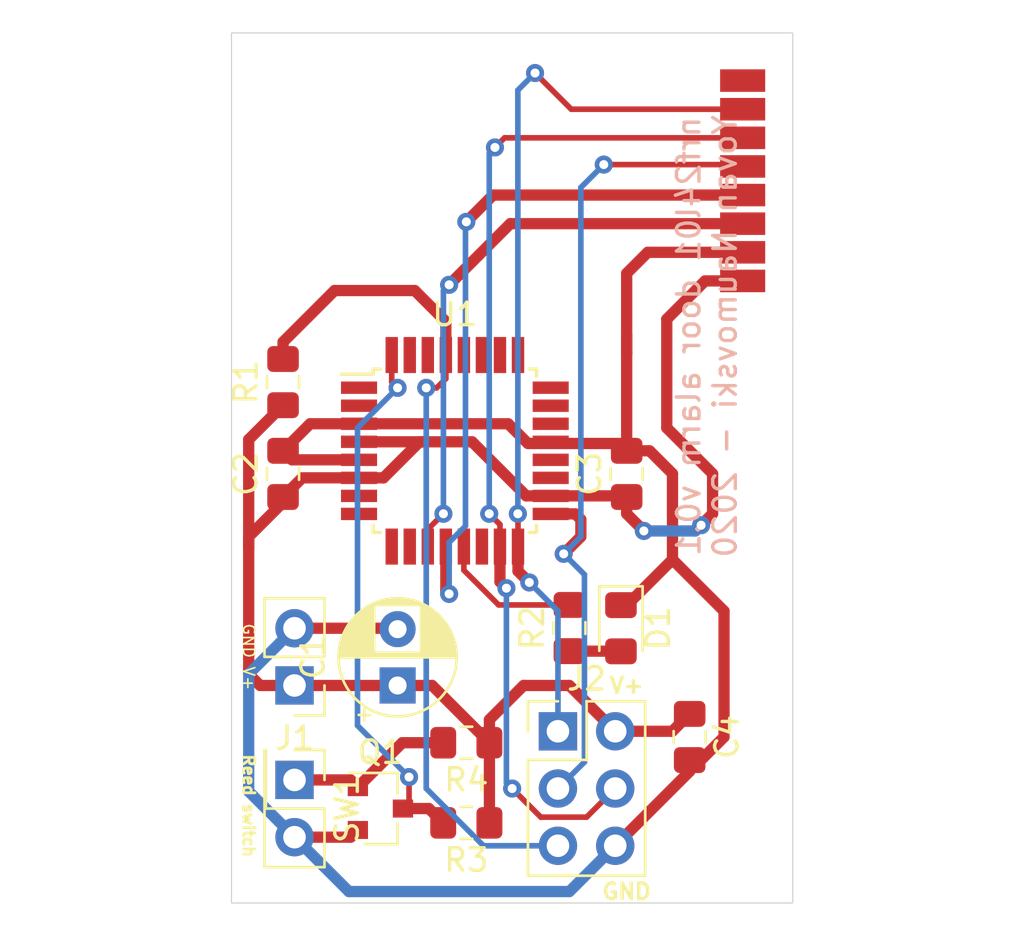
<source format=kicad_pcb>
(kicad_pcb (version 20171130) (host pcbnew 5.1.6+dfsg1-1~bpo10+1)

  (general
    (thickness 1.6)
    (drawings 14)
    (tracks 170)
    (zones 0)
    (modules 17)
    (nets 32)
  )

  (page A4)
  (layers
    (0 F.Cu signal)
    (31 B.Cu signal)
    (32 B.Adhes user)
    (33 F.Adhes user)
    (34 B.Paste user)
    (35 F.Paste user)
    (36 B.SilkS user)
    (37 F.SilkS user)
    (38 B.Mask user)
    (39 F.Mask user)
    (40 Dwgs.User user)
    (41 Cmts.User user)
    (42 Eco1.User user)
    (43 Eco2.User user)
    (44 Edge.Cuts user)
    (45 Margin user)
    (46 B.CrtYd user)
    (47 F.CrtYd user)
    (48 B.Fab user)
    (49 F.Fab user)
  )

  (setup
    (last_trace_width 0.5)
    (user_trace_width 0.5)
    (trace_clearance 0.2)
    (zone_clearance 0.508)
    (zone_45_only no)
    (trace_min 0.2)
    (via_size 0.8)
    (via_drill 0.4)
    (via_min_size 0.4)
    (via_min_drill 0.3)
    (uvia_size 0.3)
    (uvia_drill 0.1)
    (uvias_allowed no)
    (uvia_min_size 0.2)
    (uvia_min_drill 0.1)
    (edge_width 0.05)
    (segment_width 0.2)
    (pcb_text_width 0.3)
    (pcb_text_size 1.5 1.5)
    (mod_edge_width 0.12)
    (mod_text_size 1 1)
    (mod_text_width 0.15)
    (pad_size 1.524 1.524)
    (pad_drill 0.762)
    (pad_to_mask_clearance 0.05)
    (aux_axis_origin 0 0)
    (visible_elements FFFFFF7F)
    (pcbplotparams
      (layerselection 0x010fc_ffffffff)
      (usegerberextensions false)
      (usegerberattributes true)
      (usegerberadvancedattributes true)
      (creategerberjobfile true)
      (excludeedgelayer true)
      (linewidth 0.100000)
      (plotframeref false)
      (viasonmask false)
      (mode 1)
      (useauxorigin false)
      (hpglpennumber 1)
      (hpglpenspeed 20)
      (hpglpendiameter 15.000000)
      (psnegative false)
      (psa4output false)
      (plotreference true)
      (plotvalue true)
      (plotinvisibletext false)
      (padsonsilk false)
      (subtractmaskfromsilk false)
      (outputformat 1)
      (mirror false)
      (drillshape 1)
      (scaleselection 1)
      (outputdirectory ""))
  )

  (net 0 "")
  (net 1 Vcc)
  (net 2 GND)
  (net 3 "Net-(D1-Pad2)")
  (net 4 RESET)
  (net 5 MOSI)
  (net 6 SCK)
  (net 7 MISO)
  (net 8 EXT_INTERRUPT)
  (net 9 "Net-(Q1-Pad1)")
  (net 10 INTERRUPT_INDICATOR)
  (net 11 "Net-(U1-Pad31)")
  (net 12 "Net-(U1-Pad30)")
  (net 13 "Net-(U1-Pad28)")
  (net 14 "Net-(U1-Pad27)")
  (net 15 "Net-(U1-Pad26)")
  (net 16 "Net-(U1-Pad25)")
  (net 17 "Net-(U1-Pad24)")
  (net 18 "Net-(U1-Pad23)")
  (net 19 "Net-(U1-Pad22)")
  (net 20 "Net-(U1-Pad20)")
  (net 21 "Net-(U1-Pad19)")
  (net 22 "Net-(U1-Pad14)")
  (net 23 CSN)
  (net 24 CE)
  (net 25 "Net-(U1-Pad10)")
  (net 26 "Net-(U1-Pad9)")
  (net 27 "Net-(U1-Pad8)")
  (net 28 "Net-(U1-Pad7)")
  (net 29 "Net-(U1-Pad2)")
  (net 30 "Net-(U1-Pad1)")
  (net 31 "Net-(U2-Pad8)")

  (net_class Default "This is the default net class."
    (clearance 0.2)
    (trace_width 0.25)
    (via_dia 0.8)
    (via_drill 0.4)
    (uvia_dia 0.3)
    (uvia_drill 0.1)
    (add_net CE)
    (add_net CSN)
    (add_net EXT_INTERRUPT)
    (add_net GND)
    (add_net INTERRUPT_INDICATOR)
    (add_net MISO)
    (add_net MOSI)
    (add_net "Net-(D1-Pad2)")
    (add_net "Net-(Q1-Pad1)")
    (add_net "Net-(U1-Pad1)")
    (add_net "Net-(U1-Pad10)")
    (add_net "Net-(U1-Pad14)")
    (add_net "Net-(U1-Pad19)")
    (add_net "Net-(U1-Pad2)")
    (add_net "Net-(U1-Pad20)")
    (add_net "Net-(U1-Pad22)")
    (add_net "Net-(U1-Pad23)")
    (add_net "Net-(U1-Pad24)")
    (add_net "Net-(U1-Pad25)")
    (add_net "Net-(U1-Pad26)")
    (add_net "Net-(U1-Pad27)")
    (add_net "Net-(U1-Pad28)")
    (add_net "Net-(U1-Pad30)")
    (add_net "Net-(U1-Pad31)")
    (add_net "Net-(U1-Pad7)")
    (add_net "Net-(U1-Pad8)")
    (add_net "Net-(U1-Pad9)")
    (add_net "Net-(U2-Pad8)")
    (add_net RESET)
    (add_net SCK)
    (add_net Vcc)
  )

  (module MountingHole:MountingHole_2.2mm_M2_DIN965 (layer F.Cu) (tedit 56D1B4CB) (tstamp 5F04DB53)
    (at 179.324 124.46)
    (descr "Mounting Hole 2.2mm, no annular, M2, DIN965")
    (tags "mounting hole 2.2mm no annular m2 din965")
    (attr virtual)
    (fp_text reference " " (at 0 -2.9) (layer F.SilkS)
      (effects (font (size 1 1) (thickness 0.15)))
    )
    (fp_text value MountingHole_2.2mm_M2_DIN965 (at 0 2.9) (layer F.Fab)
      (effects (font (size 1 1) (thickness 0.15)))
    )
    (fp_circle (center 0 0) (end 2.15 0) (layer F.CrtYd) (width 0.05))
    (fp_circle (center 0 0) (end 1.9 0) (layer Cmts.User) (width 0.15))
    (fp_text user %R (at 0.3 0) (layer F.Fab)
      (effects (font (size 1 1) (thickness 0.15)))
    )
    (pad 1 np_thru_hole circle (at 0 0) (size 2.2 2.2) (drill 2.2) (layers *.Cu *.Mask))
  )

  (module MountingHole:MountingHole_2.2mm_M2_DIN965 (layer F.Cu) (tedit 56D1B4CB) (tstamp 5F04D897)
    (at 159.004 90.424)
    (descr "Mounting Hole 2.2mm, no annular, M2, DIN965")
    (tags "mounting hole 2.2mm no annular m2 din965")
    (attr virtual)
    (fp_text reference " " (at 0 -2.9) (layer F.SilkS)
      (effects (font (size 1 1) (thickness 0.15)))
    )
    (fp_text value MountingHole_2.2mm_M2_DIN965 (at 0 2.9) (layer F.Fab)
      (effects (font (size 1 1) (thickness 0.15)))
    )
    (fp_text user %R (at 0.3 0) (layer F.Fab)
      (effects (font (size 1 1) (thickness 0.15)))
    )
    (fp_circle (center 0 0) (end 1.9 0) (layer Cmts.User) (width 0.15))
    (fp_circle (center 0 0) (end 2.15 0) (layer F.CrtYd) (width 0.05))
    (pad 1 np_thru_hole circle (at 0 0) (size 2.2 2.2) (drill 2.2) (layers *.Cu *.Mask))
  )

  (module Capacitor_THT:CP_Radial_D5.0mm_P2.50mm (layer F.Cu) (tedit 5AE50EF0) (tstamp 5F03FF87)
    (at 164.084 117.094 90)
    (descr "CP, Radial series, Radial, pin pitch=2.50mm, , diameter=5mm, Electrolytic Capacitor")
    (tags "CP Radial series Radial pin pitch 2.50mm  diameter 5mm Electrolytic Capacitor")
    (path /5EEFC609)
    (fp_text reference C1 (at 1.25 -3.75 90) (layer F.SilkS)
      (effects (font (size 1 1) (thickness 0.15)))
    )
    (fp_text value 100uF (at 1.25 3.75 90) (layer F.Fab)
      (effects (font (size 1 1) (thickness 0.15)))
    )
    (fp_text user %R (at 1.25 0 90) (layer F.Fab)
      (effects (font (size 1 1) (thickness 0.15)))
    )
    (fp_circle (center 1.25 0) (end 3.75 0) (layer F.Fab) (width 0.1))
    (fp_circle (center 1.25 0) (end 3.87 0) (layer F.SilkS) (width 0.12))
    (fp_circle (center 1.25 0) (end 4 0) (layer F.CrtYd) (width 0.05))
    (fp_line (start -0.883605 -1.0875) (end -0.383605 -1.0875) (layer F.Fab) (width 0.1))
    (fp_line (start -0.633605 -1.3375) (end -0.633605 -0.8375) (layer F.Fab) (width 0.1))
    (fp_line (start 1.25 -2.58) (end 1.25 2.58) (layer F.SilkS) (width 0.12))
    (fp_line (start 1.29 -2.58) (end 1.29 2.58) (layer F.SilkS) (width 0.12))
    (fp_line (start 1.33 -2.579) (end 1.33 2.579) (layer F.SilkS) (width 0.12))
    (fp_line (start 1.37 -2.578) (end 1.37 2.578) (layer F.SilkS) (width 0.12))
    (fp_line (start 1.41 -2.576) (end 1.41 2.576) (layer F.SilkS) (width 0.12))
    (fp_line (start 1.45 -2.573) (end 1.45 2.573) (layer F.SilkS) (width 0.12))
    (fp_line (start 1.49 -2.569) (end 1.49 -1.04) (layer F.SilkS) (width 0.12))
    (fp_line (start 1.49 1.04) (end 1.49 2.569) (layer F.SilkS) (width 0.12))
    (fp_line (start 1.53 -2.565) (end 1.53 -1.04) (layer F.SilkS) (width 0.12))
    (fp_line (start 1.53 1.04) (end 1.53 2.565) (layer F.SilkS) (width 0.12))
    (fp_line (start 1.57 -2.561) (end 1.57 -1.04) (layer F.SilkS) (width 0.12))
    (fp_line (start 1.57 1.04) (end 1.57 2.561) (layer F.SilkS) (width 0.12))
    (fp_line (start 1.61 -2.556) (end 1.61 -1.04) (layer F.SilkS) (width 0.12))
    (fp_line (start 1.61 1.04) (end 1.61 2.556) (layer F.SilkS) (width 0.12))
    (fp_line (start 1.65 -2.55) (end 1.65 -1.04) (layer F.SilkS) (width 0.12))
    (fp_line (start 1.65 1.04) (end 1.65 2.55) (layer F.SilkS) (width 0.12))
    (fp_line (start 1.69 -2.543) (end 1.69 -1.04) (layer F.SilkS) (width 0.12))
    (fp_line (start 1.69 1.04) (end 1.69 2.543) (layer F.SilkS) (width 0.12))
    (fp_line (start 1.73 -2.536) (end 1.73 -1.04) (layer F.SilkS) (width 0.12))
    (fp_line (start 1.73 1.04) (end 1.73 2.536) (layer F.SilkS) (width 0.12))
    (fp_line (start 1.77 -2.528) (end 1.77 -1.04) (layer F.SilkS) (width 0.12))
    (fp_line (start 1.77 1.04) (end 1.77 2.528) (layer F.SilkS) (width 0.12))
    (fp_line (start 1.81 -2.52) (end 1.81 -1.04) (layer F.SilkS) (width 0.12))
    (fp_line (start 1.81 1.04) (end 1.81 2.52) (layer F.SilkS) (width 0.12))
    (fp_line (start 1.85 -2.511) (end 1.85 -1.04) (layer F.SilkS) (width 0.12))
    (fp_line (start 1.85 1.04) (end 1.85 2.511) (layer F.SilkS) (width 0.12))
    (fp_line (start 1.89 -2.501) (end 1.89 -1.04) (layer F.SilkS) (width 0.12))
    (fp_line (start 1.89 1.04) (end 1.89 2.501) (layer F.SilkS) (width 0.12))
    (fp_line (start 1.93 -2.491) (end 1.93 -1.04) (layer F.SilkS) (width 0.12))
    (fp_line (start 1.93 1.04) (end 1.93 2.491) (layer F.SilkS) (width 0.12))
    (fp_line (start 1.971 -2.48) (end 1.971 -1.04) (layer F.SilkS) (width 0.12))
    (fp_line (start 1.971 1.04) (end 1.971 2.48) (layer F.SilkS) (width 0.12))
    (fp_line (start 2.011 -2.468) (end 2.011 -1.04) (layer F.SilkS) (width 0.12))
    (fp_line (start 2.011 1.04) (end 2.011 2.468) (layer F.SilkS) (width 0.12))
    (fp_line (start 2.051 -2.455) (end 2.051 -1.04) (layer F.SilkS) (width 0.12))
    (fp_line (start 2.051 1.04) (end 2.051 2.455) (layer F.SilkS) (width 0.12))
    (fp_line (start 2.091 -2.442) (end 2.091 -1.04) (layer F.SilkS) (width 0.12))
    (fp_line (start 2.091 1.04) (end 2.091 2.442) (layer F.SilkS) (width 0.12))
    (fp_line (start 2.131 -2.428) (end 2.131 -1.04) (layer F.SilkS) (width 0.12))
    (fp_line (start 2.131 1.04) (end 2.131 2.428) (layer F.SilkS) (width 0.12))
    (fp_line (start 2.171 -2.414) (end 2.171 -1.04) (layer F.SilkS) (width 0.12))
    (fp_line (start 2.171 1.04) (end 2.171 2.414) (layer F.SilkS) (width 0.12))
    (fp_line (start 2.211 -2.398) (end 2.211 -1.04) (layer F.SilkS) (width 0.12))
    (fp_line (start 2.211 1.04) (end 2.211 2.398) (layer F.SilkS) (width 0.12))
    (fp_line (start 2.251 -2.382) (end 2.251 -1.04) (layer F.SilkS) (width 0.12))
    (fp_line (start 2.251 1.04) (end 2.251 2.382) (layer F.SilkS) (width 0.12))
    (fp_line (start 2.291 -2.365) (end 2.291 -1.04) (layer F.SilkS) (width 0.12))
    (fp_line (start 2.291 1.04) (end 2.291 2.365) (layer F.SilkS) (width 0.12))
    (fp_line (start 2.331 -2.348) (end 2.331 -1.04) (layer F.SilkS) (width 0.12))
    (fp_line (start 2.331 1.04) (end 2.331 2.348) (layer F.SilkS) (width 0.12))
    (fp_line (start 2.371 -2.329) (end 2.371 -1.04) (layer F.SilkS) (width 0.12))
    (fp_line (start 2.371 1.04) (end 2.371 2.329) (layer F.SilkS) (width 0.12))
    (fp_line (start 2.411 -2.31) (end 2.411 -1.04) (layer F.SilkS) (width 0.12))
    (fp_line (start 2.411 1.04) (end 2.411 2.31) (layer F.SilkS) (width 0.12))
    (fp_line (start 2.451 -2.29) (end 2.451 -1.04) (layer F.SilkS) (width 0.12))
    (fp_line (start 2.451 1.04) (end 2.451 2.29) (layer F.SilkS) (width 0.12))
    (fp_line (start 2.491 -2.268) (end 2.491 -1.04) (layer F.SilkS) (width 0.12))
    (fp_line (start 2.491 1.04) (end 2.491 2.268) (layer F.SilkS) (width 0.12))
    (fp_line (start 2.531 -2.247) (end 2.531 -1.04) (layer F.SilkS) (width 0.12))
    (fp_line (start 2.531 1.04) (end 2.531 2.247) (layer F.SilkS) (width 0.12))
    (fp_line (start 2.571 -2.224) (end 2.571 -1.04) (layer F.SilkS) (width 0.12))
    (fp_line (start 2.571 1.04) (end 2.571 2.224) (layer F.SilkS) (width 0.12))
    (fp_line (start 2.611 -2.2) (end 2.611 -1.04) (layer F.SilkS) (width 0.12))
    (fp_line (start 2.611 1.04) (end 2.611 2.2) (layer F.SilkS) (width 0.12))
    (fp_line (start 2.651 -2.175) (end 2.651 -1.04) (layer F.SilkS) (width 0.12))
    (fp_line (start 2.651 1.04) (end 2.651 2.175) (layer F.SilkS) (width 0.12))
    (fp_line (start 2.691 -2.149) (end 2.691 -1.04) (layer F.SilkS) (width 0.12))
    (fp_line (start 2.691 1.04) (end 2.691 2.149) (layer F.SilkS) (width 0.12))
    (fp_line (start 2.731 -2.122) (end 2.731 -1.04) (layer F.SilkS) (width 0.12))
    (fp_line (start 2.731 1.04) (end 2.731 2.122) (layer F.SilkS) (width 0.12))
    (fp_line (start 2.771 -2.095) (end 2.771 -1.04) (layer F.SilkS) (width 0.12))
    (fp_line (start 2.771 1.04) (end 2.771 2.095) (layer F.SilkS) (width 0.12))
    (fp_line (start 2.811 -2.065) (end 2.811 -1.04) (layer F.SilkS) (width 0.12))
    (fp_line (start 2.811 1.04) (end 2.811 2.065) (layer F.SilkS) (width 0.12))
    (fp_line (start 2.851 -2.035) (end 2.851 -1.04) (layer F.SilkS) (width 0.12))
    (fp_line (start 2.851 1.04) (end 2.851 2.035) (layer F.SilkS) (width 0.12))
    (fp_line (start 2.891 -2.004) (end 2.891 -1.04) (layer F.SilkS) (width 0.12))
    (fp_line (start 2.891 1.04) (end 2.891 2.004) (layer F.SilkS) (width 0.12))
    (fp_line (start 2.931 -1.971) (end 2.931 -1.04) (layer F.SilkS) (width 0.12))
    (fp_line (start 2.931 1.04) (end 2.931 1.971) (layer F.SilkS) (width 0.12))
    (fp_line (start 2.971 -1.937) (end 2.971 -1.04) (layer F.SilkS) (width 0.12))
    (fp_line (start 2.971 1.04) (end 2.971 1.937) (layer F.SilkS) (width 0.12))
    (fp_line (start 3.011 -1.901) (end 3.011 -1.04) (layer F.SilkS) (width 0.12))
    (fp_line (start 3.011 1.04) (end 3.011 1.901) (layer F.SilkS) (width 0.12))
    (fp_line (start 3.051 -1.864) (end 3.051 -1.04) (layer F.SilkS) (width 0.12))
    (fp_line (start 3.051 1.04) (end 3.051 1.864) (layer F.SilkS) (width 0.12))
    (fp_line (start 3.091 -1.826) (end 3.091 -1.04) (layer F.SilkS) (width 0.12))
    (fp_line (start 3.091 1.04) (end 3.091 1.826) (layer F.SilkS) (width 0.12))
    (fp_line (start 3.131 -1.785) (end 3.131 -1.04) (layer F.SilkS) (width 0.12))
    (fp_line (start 3.131 1.04) (end 3.131 1.785) (layer F.SilkS) (width 0.12))
    (fp_line (start 3.171 -1.743) (end 3.171 -1.04) (layer F.SilkS) (width 0.12))
    (fp_line (start 3.171 1.04) (end 3.171 1.743) (layer F.SilkS) (width 0.12))
    (fp_line (start 3.211 -1.699) (end 3.211 -1.04) (layer F.SilkS) (width 0.12))
    (fp_line (start 3.211 1.04) (end 3.211 1.699) (layer F.SilkS) (width 0.12))
    (fp_line (start 3.251 -1.653) (end 3.251 -1.04) (layer F.SilkS) (width 0.12))
    (fp_line (start 3.251 1.04) (end 3.251 1.653) (layer F.SilkS) (width 0.12))
    (fp_line (start 3.291 -1.605) (end 3.291 -1.04) (layer F.SilkS) (width 0.12))
    (fp_line (start 3.291 1.04) (end 3.291 1.605) (layer F.SilkS) (width 0.12))
    (fp_line (start 3.331 -1.554) (end 3.331 -1.04) (layer F.SilkS) (width 0.12))
    (fp_line (start 3.331 1.04) (end 3.331 1.554) (layer F.SilkS) (width 0.12))
    (fp_line (start 3.371 -1.5) (end 3.371 -1.04) (layer F.SilkS) (width 0.12))
    (fp_line (start 3.371 1.04) (end 3.371 1.5) (layer F.SilkS) (width 0.12))
    (fp_line (start 3.411 -1.443) (end 3.411 -1.04) (layer F.SilkS) (width 0.12))
    (fp_line (start 3.411 1.04) (end 3.411 1.443) (layer F.SilkS) (width 0.12))
    (fp_line (start 3.451 -1.383) (end 3.451 -1.04) (layer F.SilkS) (width 0.12))
    (fp_line (start 3.451 1.04) (end 3.451 1.383) (layer F.SilkS) (width 0.12))
    (fp_line (start 3.491 -1.319) (end 3.491 -1.04) (layer F.SilkS) (width 0.12))
    (fp_line (start 3.491 1.04) (end 3.491 1.319) (layer F.SilkS) (width 0.12))
    (fp_line (start 3.531 -1.251) (end 3.531 -1.04) (layer F.SilkS) (width 0.12))
    (fp_line (start 3.531 1.04) (end 3.531 1.251) (layer F.SilkS) (width 0.12))
    (fp_line (start 3.571 -1.178) (end 3.571 1.178) (layer F.SilkS) (width 0.12))
    (fp_line (start 3.611 -1.098) (end 3.611 1.098) (layer F.SilkS) (width 0.12))
    (fp_line (start 3.651 -1.011) (end 3.651 1.011) (layer F.SilkS) (width 0.12))
    (fp_line (start 3.691 -0.915) (end 3.691 0.915) (layer F.SilkS) (width 0.12))
    (fp_line (start 3.731 -0.805) (end 3.731 0.805) (layer F.SilkS) (width 0.12))
    (fp_line (start 3.771 -0.677) (end 3.771 0.677) (layer F.SilkS) (width 0.12))
    (fp_line (start 3.811 -0.518) (end 3.811 0.518) (layer F.SilkS) (width 0.12))
    (fp_line (start 3.851 -0.284) (end 3.851 0.284) (layer F.SilkS) (width 0.12))
    (fp_line (start -1.554775 -1.475) (end -1.054775 -1.475) (layer F.SilkS) (width 0.12))
    (fp_line (start -1.304775 -1.725) (end -1.304775 -1.225) (layer F.SilkS) (width 0.12))
    (pad 2 thru_hole circle (at 2.5 0 90) (size 1.6 1.6) (drill 0.8) (layers *.Cu *.Mask)
      (net 2 GND))
    (pad 1 thru_hole rect (at 0 0 90) (size 1.6 1.6) (drill 0.8) (layers *.Cu *.Mask)
      (net 1 Vcc))
    (model ${KISYS3DMOD}/Capacitor_THT.3dshapes/CP_Radial_D5.0mm_P2.50mm.wrl
      (at (xyz 0 0 0))
      (scale (xyz 1 1 1))
      (rotate (xyz 0 0 0))
    )
  )

  (module mysensor_radios:NRF24L01-SMD (layer F.Cu) (tedit 574A9E44) (tstamp 5F03E6DF)
    (at 170.688 94.742 90)
    (path /5EF0642C)
    (fp_text reference U2 (at 0 1.1 90) (layer F.SilkS) hide
      (effects (font (size 1 1) (thickness 0.15)))
    )
    (fp_text value NRF24L01_Breakout (at 0 -4.8 90) (layer F.Fab)
      (effects (font (size 1 1) (thickness 0.15)))
    )
    (fp_line (start -6 -2.8) (end 6 -2.8) (layer F.CrtYd) (width 0.15))
    (fp_line (start -6 8.7) (end -6 -9.3) (layer F.CrtYd) (width 0.15))
    (fp_line (start 6 8.7) (end -6 8.7) (layer F.CrtYd) (width 0.15))
    (fp_line (start 6 -9.3) (end 6 8.7) (layer F.CrtYd) (width 0.15))
    (fp_line (start -6 -9.3) (end 6 -9.3) (layer F.CrtYd) (width 0.15))
    (pad 8 smd rect (at 4.49 8.7 90) (size 1 2) (layers F.Cu F.Paste F.Mask)
      (net 31 "Net-(U2-Pad8)"))
    (pad 7 smd rect (at 3.22 8.7 90) (size 1 2) (layers F.Cu F.Paste F.Mask)
      (net 7 MISO))
    (pad 6 smd rect (at 1.95 8.7 90) (size 1 2) (layers F.Cu F.Paste F.Mask)
      (net 5 MOSI))
    (pad 5 smd rect (at 0.68 8.7 90) (size 1 2) (layers F.Cu F.Paste F.Mask)
      (net 6 SCK))
    (pad 4 smd rect (at -0.59 8.7 90) (size 1 2) (layers F.Cu F.Paste F.Mask)
      (net 23 CSN))
    (pad 3 smd rect (at -1.86 8.7 90) (size 1 2) (layers F.Cu F.Paste F.Mask)
      (net 24 CE))
    (pad 1 smd rect (at -3.13 8.7 90) (size 1 2) (layers F.Cu F.Paste F.Mask)
      (net 2 GND))
    (pad 2 smd rect (at -4.4 8.7 90) (size 1 2) (layers F.Cu F.Paste F.Mask)
      (net 1 Vcc))
    (model ${MYSLOCAL}/mysensors.3dshapes/mysensors_radios.3dshapes/nrf24smd.wrl
      (offset (xyz -146.3674978017807 73.65999889373779 0.7619999885559082))
      (scale (xyz 0.395 0.395 0.395))
      (rotate (xyz 0 0 0))
    )
    (model Housings_DFN_QFN.3dshapes/QFN-20-1EP_5x5mm_Pitch0.65mm.wrl
      (offset (xyz 0.4190999937057495 -2.7685999584198 1.574799976348877))
      (scale (xyz 1 1 1))
      (rotate (xyz 0 0 0))
    )
  )

  (module Package_QFP:TQFP-32_7x7mm_P0.8mm (layer F.Cu) (tedit 5A02F146) (tstamp 5F04234D)
    (at 166.624 106.68)
    (descr "32-Lead Plastic Thin Quad Flatpack (PT) - 7x7x1.0 mm Body, 2.00 mm [TQFP] (see Microchip Packaging Specification 00000049BS.pdf)")
    (tags "QFP 0.8")
    (path /5EEF97C3)
    (attr smd)
    (fp_text reference U1 (at 0 -6.05) (layer F.SilkS)
      (effects (font (size 1 1) (thickness 0.15)))
    )
    (fp_text value ATmega328P-AU (at 0 6.05) (layer F.Fab)
      (effects (font (size 1 1) (thickness 0.15)))
    )
    (fp_text user %R (at 0 0) (layer F.Fab)
      (effects (font (size 1 1) (thickness 0.15)))
    )
    (fp_line (start -2.5 -3.5) (end 3.5 -3.5) (layer F.Fab) (width 0.15))
    (fp_line (start 3.5 -3.5) (end 3.5 3.5) (layer F.Fab) (width 0.15))
    (fp_line (start 3.5 3.5) (end -3.5 3.5) (layer F.Fab) (width 0.15))
    (fp_line (start -3.5 3.5) (end -3.5 -2.5) (layer F.Fab) (width 0.15))
    (fp_line (start -3.5 -2.5) (end -2.5 -3.5) (layer F.Fab) (width 0.15))
    (fp_line (start -5.3 -5.3) (end -5.3 5.3) (layer F.CrtYd) (width 0.05))
    (fp_line (start 5.3 -5.3) (end 5.3 5.3) (layer F.CrtYd) (width 0.05))
    (fp_line (start -5.3 -5.3) (end 5.3 -5.3) (layer F.CrtYd) (width 0.05))
    (fp_line (start -5.3 5.3) (end 5.3 5.3) (layer F.CrtYd) (width 0.05))
    (fp_line (start -3.625 -3.625) (end -3.625 -3.4) (layer F.SilkS) (width 0.15))
    (fp_line (start 3.625 -3.625) (end 3.625 -3.3) (layer F.SilkS) (width 0.15))
    (fp_line (start 3.625 3.625) (end 3.625 3.3) (layer F.SilkS) (width 0.15))
    (fp_line (start -3.625 3.625) (end -3.625 3.3) (layer F.SilkS) (width 0.15))
    (fp_line (start -3.625 -3.625) (end -3.3 -3.625) (layer F.SilkS) (width 0.15))
    (fp_line (start -3.625 3.625) (end -3.3 3.625) (layer F.SilkS) (width 0.15))
    (fp_line (start 3.625 3.625) (end 3.3 3.625) (layer F.SilkS) (width 0.15))
    (fp_line (start 3.625 -3.625) (end 3.3 -3.625) (layer F.SilkS) (width 0.15))
    (fp_line (start -3.625 -3.4) (end -5.05 -3.4) (layer F.SilkS) (width 0.15))
    (pad 32 smd rect (at -2.8 -4.25 90) (size 1.6 0.55) (layers F.Cu F.Paste F.Mask)
      (net 8 EXT_INTERRUPT))
    (pad 31 smd rect (at -2 -4.25 90) (size 1.6 0.55) (layers F.Cu F.Paste F.Mask)
      (net 11 "Net-(U1-Pad31)"))
    (pad 30 smd rect (at -1.2 -4.25 90) (size 1.6 0.55) (layers F.Cu F.Paste F.Mask)
      (net 12 "Net-(U1-Pad30)"))
    (pad 29 smd rect (at -0.4 -4.25 90) (size 1.6 0.55) (layers F.Cu F.Paste F.Mask)
      (net 4 RESET))
    (pad 28 smd rect (at 0.4 -4.25 90) (size 1.6 0.55) (layers F.Cu F.Paste F.Mask)
      (net 13 "Net-(U1-Pad28)"))
    (pad 27 smd rect (at 1.2 -4.25 90) (size 1.6 0.55) (layers F.Cu F.Paste F.Mask)
      (net 14 "Net-(U1-Pad27)"))
    (pad 26 smd rect (at 2 -4.25 90) (size 1.6 0.55) (layers F.Cu F.Paste F.Mask)
      (net 15 "Net-(U1-Pad26)"))
    (pad 25 smd rect (at 2.8 -4.25 90) (size 1.6 0.55) (layers F.Cu F.Paste F.Mask)
      (net 16 "Net-(U1-Pad25)"))
    (pad 24 smd rect (at 4.25 -2.8) (size 1.6 0.55) (layers F.Cu F.Paste F.Mask)
      (net 17 "Net-(U1-Pad24)"))
    (pad 23 smd rect (at 4.25 -2) (size 1.6 0.55) (layers F.Cu F.Paste F.Mask)
      (net 18 "Net-(U1-Pad23)"))
    (pad 22 smd rect (at 4.25 -1.2) (size 1.6 0.55) (layers F.Cu F.Paste F.Mask)
      (net 19 "Net-(U1-Pad22)"))
    (pad 21 smd rect (at 4.25 -0.4) (size 1.6 0.55) (layers F.Cu F.Paste F.Mask)
      (net 2 GND))
    (pad 20 smd rect (at 4.25 0.4) (size 1.6 0.55) (layers F.Cu F.Paste F.Mask)
      (net 20 "Net-(U1-Pad20)"))
    (pad 19 smd rect (at 4.25 1.2) (size 1.6 0.55) (layers F.Cu F.Paste F.Mask)
      (net 21 "Net-(U1-Pad19)"))
    (pad 18 smd rect (at 4.25 2) (size 1.6 0.55) (layers F.Cu F.Paste F.Mask)
      (net 1 Vcc))
    (pad 17 smd rect (at 4.25 2.8) (size 1.6 0.55) (layers F.Cu F.Paste F.Mask)
      (net 6 SCK))
    (pad 16 smd rect (at 2.8 4.25 90) (size 1.6 0.55) (layers F.Cu F.Paste F.Mask)
      (net 7 MISO))
    (pad 15 smd rect (at 2 4.25 90) (size 1.6 0.55) (layers F.Cu F.Paste F.Mask)
      (net 5 MOSI))
    (pad 14 smd rect (at 1.2 4.25 90) (size 1.6 0.55) (layers F.Cu F.Paste F.Mask)
      (net 22 "Net-(U1-Pad14)"))
    (pad 13 smd rect (at 0.4 4.25 90) (size 1.6 0.55) (layers F.Cu F.Paste F.Mask)
      (net 10 INTERRUPT_INDICATOR))
    (pad 12 smd rect (at -0.4 4.25 90) (size 1.6 0.55) (layers F.Cu F.Paste F.Mask)
      (net 23 CSN))
    (pad 11 smd rect (at -1.2 4.25 90) (size 1.6 0.55) (layers F.Cu F.Paste F.Mask)
      (net 24 CE))
    (pad 10 smd rect (at -2 4.25 90) (size 1.6 0.55) (layers F.Cu F.Paste F.Mask)
      (net 25 "Net-(U1-Pad10)"))
    (pad 9 smd rect (at -2.8 4.25 90) (size 1.6 0.55) (layers F.Cu F.Paste F.Mask)
      (net 26 "Net-(U1-Pad9)"))
    (pad 8 smd rect (at -4.25 2.8) (size 1.6 0.55) (layers F.Cu F.Paste F.Mask)
      (net 27 "Net-(U1-Pad8)"))
    (pad 7 smd rect (at -4.25 2) (size 1.6 0.55) (layers F.Cu F.Paste F.Mask)
      (net 28 "Net-(U1-Pad7)"))
    (pad 6 smd rect (at -4.25 1.2) (size 1.6 0.55) (layers F.Cu F.Paste F.Mask)
      (net 1 Vcc))
    (pad 5 smd rect (at -4.25 0.4) (size 1.6 0.55) (layers F.Cu F.Paste F.Mask)
      (net 2 GND))
    (pad 4 smd rect (at -4.25 -0.4) (size 1.6 0.55) (layers F.Cu F.Paste F.Mask)
      (net 1 Vcc))
    (pad 3 smd rect (at -4.25 -1.2) (size 1.6 0.55) (layers F.Cu F.Paste F.Mask)
      (net 2 GND))
    (pad 2 smd rect (at -4.25 -2) (size 1.6 0.55) (layers F.Cu F.Paste F.Mask)
      (net 29 "Net-(U1-Pad2)"))
    (pad 1 smd rect (at -4.25 -2.8) (size 1.6 0.55) (layers F.Cu F.Paste F.Mask)
      (net 30 "Net-(U1-Pad1)"))
    (model ${KISYS3DMOD}/Package_QFP.3dshapes/TQFP-32_7x7mm_P0.8mm.wrl
      (at (xyz 0 0 0))
      (scale (xyz 1 1 1))
      (rotate (xyz 0 0 0))
    )
  )

  (module Connector_PinHeader_2.54mm:PinHeader_2x01_P2.54mm_Vertical (layer F.Cu) (tedit 59FED5CC) (tstamp 5F03E697)
    (at 159.512 121.285 270)
    (descr "Through hole straight pin header, 2x01, 2.54mm pitch, double rows")
    (tags "Through hole pin header THT 2x01 2.54mm double row")
    (path /5EF01CB6)
    (fp_text reference SW1 (at 1.27 -2.33 90) (layer F.SilkS)
      (effects (font (size 1 1) (thickness 0.15)))
    )
    (fp_text value SW_Reed (at 1.27 2.33 90) (layer F.Fab)
      (effects (font (size 1 1) (thickness 0.15)))
    )
    (fp_text user %R (at 1.27 0) (layer F.Fab)
      (effects (font (size 1 1) (thickness 0.15)))
    )
    (fp_line (start 0 -1.27) (end 3.81 -1.27) (layer F.Fab) (width 0.1))
    (fp_line (start 3.81 -1.27) (end 3.81 1.27) (layer F.Fab) (width 0.1))
    (fp_line (start 3.81 1.27) (end -1.27 1.27) (layer F.Fab) (width 0.1))
    (fp_line (start -1.27 1.27) (end -1.27 0) (layer F.Fab) (width 0.1))
    (fp_line (start -1.27 0) (end 0 -1.27) (layer F.Fab) (width 0.1))
    (fp_line (start -1.33 1.33) (end 3.87 1.33) (layer F.SilkS) (width 0.12))
    (fp_line (start -1.33 1.27) (end -1.33 1.33) (layer F.SilkS) (width 0.12))
    (fp_line (start 3.87 -1.33) (end 3.87 1.33) (layer F.SilkS) (width 0.12))
    (fp_line (start -1.33 1.27) (end 1.27 1.27) (layer F.SilkS) (width 0.12))
    (fp_line (start 1.27 1.27) (end 1.27 -1.33) (layer F.SilkS) (width 0.12))
    (fp_line (start 1.27 -1.33) (end 3.87 -1.33) (layer F.SilkS) (width 0.12))
    (fp_line (start -1.33 0) (end -1.33 -1.33) (layer F.SilkS) (width 0.12))
    (fp_line (start -1.33 -1.33) (end 0 -1.33) (layer F.SilkS) (width 0.12))
    (fp_line (start -1.8 -1.8) (end -1.8 1.8) (layer F.CrtYd) (width 0.05))
    (fp_line (start -1.8 1.8) (end 4.35 1.8) (layer F.CrtYd) (width 0.05))
    (fp_line (start 4.35 1.8) (end 4.35 -1.8) (layer F.CrtYd) (width 0.05))
    (fp_line (start 4.35 -1.8) (end -1.8 -1.8) (layer F.CrtYd) (width 0.05))
    (pad 2 thru_hole oval (at 2.54 0 270) (size 1.7 1.7) (drill 1) (layers *.Cu *.Mask)
      (net 2 GND))
    (pad 1 thru_hole rect (at 0 0 270) (size 1.7 1.7) (drill 1) (layers *.Cu *.Mask)
      (net 9 "Net-(Q1-Pad1)"))
    (model ${KISYS3DMOD}/Connector_PinHeader_2.54mm.3dshapes/PinHeader_2x01_P2.54mm_Vertical.wrl
      (at (xyz 0 0 0))
      (scale (xyz 1 1 1))
      (rotate (xyz 0 0 0))
    )
  )

  (module Resistor_SMD:R_0805_2012Metric_Pad1.15x1.40mm_HandSolder (layer F.Cu) (tedit 5B36C52B) (tstamp 5F03E67F)
    (at 167.132 119.634 180)
    (descr "Resistor SMD 0805 (2012 Metric), square (rectangular) end terminal, IPC_7351 nominal with elongated pad for handsoldering. (Body size source: https://docs.google.com/spreadsheets/d/1BsfQQcO9C6DZCsRaXUlFlo91Tg2WpOkGARC1WS5S8t0/edit?usp=sharing), generated with kicad-footprint-generator")
    (tags "resistor handsolder")
    (path /5EEFFF9C)
    (attr smd)
    (fp_text reference R4 (at 0 -1.65) (layer F.SilkS)
      (effects (font (size 1 1) (thickness 0.15)))
    )
    (fp_text value 1M (at 0 1.65) (layer F.Fab)
      (effects (font (size 1 1) (thickness 0.15)))
    )
    (fp_text user %R (at 0 0) (layer F.Fab)
      (effects (font (size 0.5 0.5) (thickness 0.08)))
    )
    (fp_line (start -1 0.6) (end -1 -0.6) (layer F.Fab) (width 0.1))
    (fp_line (start -1 -0.6) (end 1 -0.6) (layer F.Fab) (width 0.1))
    (fp_line (start 1 -0.6) (end 1 0.6) (layer F.Fab) (width 0.1))
    (fp_line (start 1 0.6) (end -1 0.6) (layer F.Fab) (width 0.1))
    (fp_line (start -0.261252 -0.71) (end 0.261252 -0.71) (layer F.SilkS) (width 0.12))
    (fp_line (start -0.261252 0.71) (end 0.261252 0.71) (layer F.SilkS) (width 0.12))
    (fp_line (start -1.85 0.95) (end -1.85 -0.95) (layer F.CrtYd) (width 0.05))
    (fp_line (start -1.85 -0.95) (end 1.85 -0.95) (layer F.CrtYd) (width 0.05))
    (fp_line (start 1.85 -0.95) (end 1.85 0.95) (layer F.CrtYd) (width 0.05))
    (fp_line (start 1.85 0.95) (end -1.85 0.95) (layer F.CrtYd) (width 0.05))
    (pad 2 smd roundrect (at 1.025 0 180) (size 1.15 1.4) (layers F.Cu F.Paste F.Mask) (roundrect_rratio 0.217391)
      (net 9 "Net-(Q1-Pad1)"))
    (pad 1 smd roundrect (at -1.025 0 180) (size 1.15 1.4) (layers F.Cu F.Paste F.Mask) (roundrect_rratio 0.217391)
      (net 1 Vcc))
    (model ${KISYS3DMOD}/Resistor_SMD.3dshapes/R_0805_2012Metric.wrl
      (at (xyz 0 0 0))
      (scale (xyz 1 1 1))
      (rotate (xyz 0 0 0))
    )
  )

  (module Resistor_SMD:R_0805_2012Metric_Pad1.15x1.40mm_HandSolder (layer F.Cu) (tedit 5B36C52B) (tstamp 5F03E66E)
    (at 167.132 123.19 180)
    (descr "Resistor SMD 0805 (2012 Metric), square (rectangular) end terminal, IPC_7351 nominal with elongated pad for handsoldering. (Body size source: https://docs.google.com/spreadsheets/d/1BsfQQcO9C6DZCsRaXUlFlo91Tg2WpOkGARC1WS5S8t0/edit?usp=sharing), generated with kicad-footprint-generator")
    (tags "resistor handsolder")
    (path /5EEFFB77)
    (attr smd)
    (fp_text reference R3 (at 0 -1.65) (layer F.SilkS)
      (effects (font (size 1 1) (thickness 0.15)))
    )
    (fp_text value 47K (at 0 1.65) (layer F.Fab)
      (effects (font (size 1 1) (thickness 0.15)))
    )
    (fp_text user %R (at 0 0) (layer F.Fab)
      (effects (font (size 0.5 0.5) (thickness 0.08)))
    )
    (fp_line (start -1 0.6) (end -1 -0.6) (layer F.Fab) (width 0.1))
    (fp_line (start -1 -0.6) (end 1 -0.6) (layer F.Fab) (width 0.1))
    (fp_line (start 1 -0.6) (end 1 0.6) (layer F.Fab) (width 0.1))
    (fp_line (start 1 0.6) (end -1 0.6) (layer F.Fab) (width 0.1))
    (fp_line (start -0.261252 -0.71) (end 0.261252 -0.71) (layer F.SilkS) (width 0.12))
    (fp_line (start -0.261252 0.71) (end 0.261252 0.71) (layer F.SilkS) (width 0.12))
    (fp_line (start -1.85 0.95) (end -1.85 -0.95) (layer F.CrtYd) (width 0.05))
    (fp_line (start -1.85 -0.95) (end 1.85 -0.95) (layer F.CrtYd) (width 0.05))
    (fp_line (start 1.85 -0.95) (end 1.85 0.95) (layer F.CrtYd) (width 0.05))
    (fp_line (start 1.85 0.95) (end -1.85 0.95) (layer F.CrtYd) (width 0.05))
    (pad 2 smd roundrect (at 1.025 0 180) (size 1.15 1.4) (layers F.Cu F.Paste F.Mask) (roundrect_rratio 0.217391)
      (net 8 EXT_INTERRUPT))
    (pad 1 smd roundrect (at -1.025 0 180) (size 1.15 1.4) (layers F.Cu F.Paste F.Mask) (roundrect_rratio 0.217391)
      (net 1 Vcc))
    (model ${KISYS3DMOD}/Resistor_SMD.3dshapes/R_0805_2012Metric.wrl
      (at (xyz 0 0 0))
      (scale (xyz 1 1 1))
      (rotate (xyz 0 0 0))
    )
  )

  (module Resistor_SMD:R_0805_2012Metric_Pad1.15x1.40mm_HandSolder (layer F.Cu) (tedit 5B36C52B) (tstamp 5F03E65D)
    (at 171.704 114.545 90)
    (descr "Resistor SMD 0805 (2012 Metric), square (rectangular) end terminal, IPC_7351 nominal with elongated pad for handsoldering. (Body size source: https://docs.google.com/spreadsheets/d/1BsfQQcO9C6DZCsRaXUlFlo91Tg2WpOkGARC1WS5S8t0/edit?usp=sharing), generated with kicad-footprint-generator")
    (tags "resistor handsolder")
    (path /5EF0075C)
    (attr smd)
    (fp_text reference R2 (at 0 -1.65 90) (layer F.SilkS)
      (effects (font (size 1 1) (thickness 0.15)))
    )
    (fp_text value 1K (at 0 1.65 90) (layer F.Fab)
      (effects (font (size 1 1) (thickness 0.15)))
    )
    (fp_text user %R (at 0 0 90) (layer F.Fab)
      (effects (font (size 0.5 0.5) (thickness 0.08)))
    )
    (fp_line (start -1 0.6) (end -1 -0.6) (layer F.Fab) (width 0.1))
    (fp_line (start -1 -0.6) (end 1 -0.6) (layer F.Fab) (width 0.1))
    (fp_line (start 1 -0.6) (end 1 0.6) (layer F.Fab) (width 0.1))
    (fp_line (start 1 0.6) (end -1 0.6) (layer F.Fab) (width 0.1))
    (fp_line (start -0.261252 -0.71) (end 0.261252 -0.71) (layer F.SilkS) (width 0.12))
    (fp_line (start -0.261252 0.71) (end 0.261252 0.71) (layer F.SilkS) (width 0.12))
    (fp_line (start -1.85 0.95) (end -1.85 -0.95) (layer F.CrtYd) (width 0.05))
    (fp_line (start -1.85 -0.95) (end 1.85 -0.95) (layer F.CrtYd) (width 0.05))
    (fp_line (start 1.85 -0.95) (end 1.85 0.95) (layer F.CrtYd) (width 0.05))
    (fp_line (start 1.85 0.95) (end -1.85 0.95) (layer F.CrtYd) (width 0.05))
    (pad 2 smd roundrect (at 1.025 0 90) (size 1.15 1.4) (layers F.Cu F.Paste F.Mask) (roundrect_rratio 0.217391)
      (net 10 INTERRUPT_INDICATOR))
    (pad 1 smd roundrect (at -1.025 0 90) (size 1.15 1.4) (layers F.Cu F.Paste F.Mask) (roundrect_rratio 0.217391)
      (net 3 "Net-(D1-Pad2)"))
    (model ${KISYS3DMOD}/Resistor_SMD.3dshapes/R_0805_2012Metric.wrl
      (at (xyz 0 0 0))
      (scale (xyz 1 1 1))
      (rotate (xyz 0 0 0))
    )
  )

  (module Resistor_SMD:R_0805_2012Metric_Pad1.15x1.40mm_HandSolder (layer F.Cu) (tedit 5B36C52B) (tstamp 5F03E64C)
    (at 159.004 103.632 90)
    (descr "Resistor SMD 0805 (2012 Metric), square (rectangular) end terminal, IPC_7351 nominal with elongated pad for handsoldering. (Body size source: https://docs.google.com/spreadsheets/d/1BsfQQcO9C6DZCsRaXUlFlo91Tg2WpOkGARC1WS5S8t0/edit?usp=sharing), generated with kicad-footprint-generator")
    (tags "resistor handsolder")
    (path /5EF04DFA)
    (attr smd)
    (fp_text reference R1 (at 0 -1.65 90) (layer F.SilkS)
      (effects (font (size 1 1) (thickness 0.15)))
    )
    (fp_text value 10K (at 0 1.65 90) (layer F.Fab)
      (effects (font (size 1 1) (thickness 0.15)))
    )
    (fp_text user %R (at 0 0 90) (layer F.Fab)
      (effects (font (size 0.5 0.5) (thickness 0.08)))
    )
    (fp_line (start -1 0.6) (end -1 -0.6) (layer F.Fab) (width 0.1))
    (fp_line (start -1 -0.6) (end 1 -0.6) (layer F.Fab) (width 0.1))
    (fp_line (start 1 -0.6) (end 1 0.6) (layer F.Fab) (width 0.1))
    (fp_line (start 1 0.6) (end -1 0.6) (layer F.Fab) (width 0.1))
    (fp_line (start -0.261252 -0.71) (end 0.261252 -0.71) (layer F.SilkS) (width 0.12))
    (fp_line (start -0.261252 0.71) (end 0.261252 0.71) (layer F.SilkS) (width 0.12))
    (fp_line (start -1.85 0.95) (end -1.85 -0.95) (layer F.CrtYd) (width 0.05))
    (fp_line (start -1.85 -0.95) (end 1.85 -0.95) (layer F.CrtYd) (width 0.05))
    (fp_line (start 1.85 -0.95) (end 1.85 0.95) (layer F.CrtYd) (width 0.05))
    (fp_line (start 1.85 0.95) (end -1.85 0.95) (layer F.CrtYd) (width 0.05))
    (pad 2 smd roundrect (at 1.025 0 90) (size 1.15 1.4) (layers F.Cu F.Paste F.Mask) (roundrect_rratio 0.217391)
      (net 4 RESET))
    (pad 1 smd roundrect (at -1.025 0 90) (size 1.15 1.4) (layers F.Cu F.Paste F.Mask) (roundrect_rratio 0.217391)
      (net 1 Vcc))
    (model ${KISYS3DMOD}/Resistor_SMD.3dshapes/R_0805_2012Metric.wrl
      (at (xyz 0 0 0))
      (scale (xyz 1 1 1))
      (rotate (xyz 0 0 0))
    )
  )

  (module Package_TO_SOT_SMD:SOT-23 (layer F.Cu) (tedit 5A02FF57) (tstamp 5F03E63B)
    (at 163.322 122.555)
    (descr "SOT-23, Standard")
    (tags SOT-23)
    (path /5EF0827A)
    (attr smd)
    (fp_text reference Q1 (at 0 -2.5) (layer F.SilkS)
      (effects (font (size 1 1) (thickness 0.15)))
    )
    (fp_text value 2N7002 (at 0 2.5) (layer F.Fab)
      (effects (font (size 1 1) (thickness 0.15)))
    )
    (fp_text user %R (at 0 0 90) (layer F.Fab)
      (effects (font (size 0.5 0.5) (thickness 0.075)))
    )
    (fp_line (start -0.7 -0.95) (end -0.7 1.5) (layer F.Fab) (width 0.1))
    (fp_line (start -0.15 -1.52) (end 0.7 -1.52) (layer F.Fab) (width 0.1))
    (fp_line (start -0.7 -0.95) (end -0.15 -1.52) (layer F.Fab) (width 0.1))
    (fp_line (start 0.7 -1.52) (end 0.7 1.52) (layer F.Fab) (width 0.1))
    (fp_line (start -0.7 1.52) (end 0.7 1.52) (layer F.Fab) (width 0.1))
    (fp_line (start 0.76 1.58) (end 0.76 0.65) (layer F.SilkS) (width 0.12))
    (fp_line (start 0.76 -1.58) (end 0.76 -0.65) (layer F.SilkS) (width 0.12))
    (fp_line (start -1.7 -1.75) (end 1.7 -1.75) (layer F.CrtYd) (width 0.05))
    (fp_line (start 1.7 -1.75) (end 1.7 1.75) (layer F.CrtYd) (width 0.05))
    (fp_line (start 1.7 1.75) (end -1.7 1.75) (layer F.CrtYd) (width 0.05))
    (fp_line (start -1.7 1.75) (end -1.7 -1.75) (layer F.CrtYd) (width 0.05))
    (fp_line (start 0.76 -1.58) (end -1.4 -1.58) (layer F.SilkS) (width 0.12))
    (fp_line (start 0.76 1.58) (end -0.7 1.58) (layer F.SilkS) (width 0.12))
    (pad 3 smd rect (at 1 0) (size 0.9 0.8) (layers F.Cu F.Paste F.Mask)
      (net 8 EXT_INTERRUPT))
    (pad 2 smd rect (at -1 0.95) (size 0.9 0.8) (layers F.Cu F.Paste F.Mask)
      (net 2 GND))
    (pad 1 smd rect (at -1 -0.95) (size 0.9 0.8) (layers F.Cu F.Paste F.Mask)
      (net 9 "Net-(Q1-Pad1)"))
    (model ${KISYS3DMOD}/Package_TO_SOT_SMD.3dshapes/SOT-23.wrl
      (at (xyz 0 0 0))
      (scale (xyz 1 1 1))
      (rotate (xyz 0 0 0))
    )
  )

  (module Connector_PinHeader_2.54mm:PinHeader_2x03_P2.54mm_Vertical (layer F.Cu) (tedit 59FED5CC) (tstamp 5F03E626)
    (at 171.196 119.126)
    (descr "Through hole straight pin header, 2x03, 2.54mm pitch, double rows")
    (tags "Through hole pin header THT 2x03 2.54mm double row")
    (path /5EF01455)
    (fp_text reference J2 (at 1.27 -2.33) (layer F.SilkS)
      (effects (font (size 1 1) (thickness 0.15)))
    )
    (fp_text value Conn_02x03_Odd_Even (at 1.27 7.41) (layer F.Fab)
      (effects (font (size 1 1) (thickness 0.15)))
    )
    (fp_text user %R (at 1.27 2.54 90) (layer F.Fab)
      (effects (font (size 1 1) (thickness 0.15)))
    )
    (fp_line (start 0 -1.27) (end 3.81 -1.27) (layer F.Fab) (width 0.1))
    (fp_line (start 3.81 -1.27) (end 3.81 6.35) (layer F.Fab) (width 0.1))
    (fp_line (start 3.81 6.35) (end -1.27 6.35) (layer F.Fab) (width 0.1))
    (fp_line (start -1.27 6.35) (end -1.27 0) (layer F.Fab) (width 0.1))
    (fp_line (start -1.27 0) (end 0 -1.27) (layer F.Fab) (width 0.1))
    (fp_line (start -1.33 6.41) (end 3.87 6.41) (layer F.SilkS) (width 0.12))
    (fp_line (start -1.33 1.27) (end -1.33 6.41) (layer F.SilkS) (width 0.12))
    (fp_line (start 3.87 -1.33) (end 3.87 6.41) (layer F.SilkS) (width 0.12))
    (fp_line (start -1.33 1.27) (end 1.27 1.27) (layer F.SilkS) (width 0.12))
    (fp_line (start 1.27 1.27) (end 1.27 -1.33) (layer F.SilkS) (width 0.12))
    (fp_line (start 1.27 -1.33) (end 3.87 -1.33) (layer F.SilkS) (width 0.12))
    (fp_line (start -1.33 0) (end -1.33 -1.33) (layer F.SilkS) (width 0.12))
    (fp_line (start -1.33 -1.33) (end 0 -1.33) (layer F.SilkS) (width 0.12))
    (fp_line (start -1.8 -1.8) (end -1.8 6.85) (layer F.CrtYd) (width 0.05))
    (fp_line (start -1.8 6.85) (end 4.35 6.85) (layer F.CrtYd) (width 0.05))
    (fp_line (start 4.35 6.85) (end 4.35 -1.8) (layer F.CrtYd) (width 0.05))
    (fp_line (start 4.35 -1.8) (end -1.8 -1.8) (layer F.CrtYd) (width 0.05))
    (pad 6 thru_hole oval (at 2.54 5.08) (size 1.7 1.7) (drill 1) (layers *.Cu *.Mask)
      (net 2 GND))
    (pad 5 thru_hole oval (at 0 5.08) (size 1.7 1.7) (drill 1) (layers *.Cu *.Mask)
      (net 4 RESET))
    (pad 4 thru_hole oval (at 2.54 2.54) (size 1.7 1.7) (drill 1) (layers *.Cu *.Mask)
      (net 5 MOSI))
    (pad 3 thru_hole oval (at 0 2.54) (size 1.7 1.7) (drill 1) (layers *.Cu *.Mask)
      (net 6 SCK))
    (pad 2 thru_hole oval (at 2.54 0) (size 1.7 1.7) (drill 1) (layers *.Cu *.Mask)
      (net 1 Vcc))
    (pad 1 thru_hole rect (at 0 0) (size 1.7 1.7) (drill 1) (layers *.Cu *.Mask)
      (net 7 MISO))
    (model ${KISYS3DMOD}/Connector_PinHeader_2.54mm.3dshapes/PinHeader_2x03_P2.54mm_Vertical.wrl
      (at (xyz 0 0 0))
      (scale (xyz 1 1 1))
      (rotate (xyz 0 0 0))
    )
  )

  (module Connector_PinHeader_2.54mm:PinHeader_1x02_P2.54mm_Vertical (layer F.Cu) (tedit 59FED5CC) (tstamp 5F03E60A)
    (at 159.512 117.094 180)
    (descr "Through hole straight pin header, 1x02, 2.54mm pitch, single row")
    (tags "Through hole pin header THT 1x02 2.54mm single row")
    (path /5EEFB5A5)
    (fp_text reference J1 (at 0 -2.33) (layer F.SilkS)
      (effects (font (size 1 1) (thickness 0.15)))
    )
    (fp_text value Conn_01x02_Male (at 0 4.87) (layer F.Fab)
      (effects (font (size 1 1) (thickness 0.15)))
    )
    (fp_text user %R (at 0 1.27 90) (layer F.Fab)
      (effects (font (size 1 1) (thickness 0.15)))
    )
    (fp_line (start -0.635 -1.27) (end 1.27 -1.27) (layer F.Fab) (width 0.1))
    (fp_line (start 1.27 -1.27) (end 1.27 3.81) (layer F.Fab) (width 0.1))
    (fp_line (start 1.27 3.81) (end -1.27 3.81) (layer F.Fab) (width 0.1))
    (fp_line (start -1.27 3.81) (end -1.27 -0.635) (layer F.Fab) (width 0.1))
    (fp_line (start -1.27 -0.635) (end -0.635 -1.27) (layer F.Fab) (width 0.1))
    (fp_line (start -1.33 3.87) (end 1.33 3.87) (layer F.SilkS) (width 0.12))
    (fp_line (start -1.33 1.27) (end -1.33 3.87) (layer F.SilkS) (width 0.12))
    (fp_line (start 1.33 1.27) (end 1.33 3.87) (layer F.SilkS) (width 0.12))
    (fp_line (start -1.33 1.27) (end 1.33 1.27) (layer F.SilkS) (width 0.12))
    (fp_line (start -1.33 0) (end -1.33 -1.33) (layer F.SilkS) (width 0.12))
    (fp_line (start -1.33 -1.33) (end 0 -1.33) (layer F.SilkS) (width 0.12))
    (fp_line (start -1.8 -1.8) (end -1.8 4.35) (layer F.CrtYd) (width 0.05))
    (fp_line (start -1.8 4.35) (end 1.8 4.35) (layer F.CrtYd) (width 0.05))
    (fp_line (start 1.8 4.35) (end 1.8 -1.8) (layer F.CrtYd) (width 0.05))
    (fp_line (start 1.8 -1.8) (end -1.8 -1.8) (layer F.CrtYd) (width 0.05))
    (pad 2 thru_hole oval (at 0 2.54 180) (size 1.7 1.7) (drill 1) (layers *.Cu *.Mask)
      (net 2 GND))
    (pad 1 thru_hole rect (at 0 0 180) (size 1.7 1.7) (drill 1) (layers *.Cu *.Mask)
      (net 1 Vcc))
    (model ${KISYS3DMOD}/Connector_PinHeader_2.54mm.3dshapes/PinHeader_1x02_P2.54mm_Vertical.wrl
      (at (xyz 0 0 0))
      (scale (xyz 1 1 1))
      (rotate (xyz 0 0 0))
    )
  )

  (module LED_SMD:LED_0805_2012Metric_Pad1.15x1.40mm_HandSolder (layer F.Cu) (tedit 5B4B45C9) (tstamp 5F03E5F4)
    (at 173.99 114.554 270)
    (descr "LED SMD 0805 (2012 Metric), square (rectangular) end terminal, IPC_7351 nominal, (Body size source: https://docs.google.com/spreadsheets/d/1BsfQQcO9C6DZCsRaXUlFlo91Tg2WpOkGARC1WS5S8t0/edit?usp=sharing), generated with kicad-footprint-generator")
    (tags "LED handsolder")
    (path /5EF00CF1)
    (attr smd)
    (fp_text reference D1 (at 0 -1.65 90) (layer F.SilkS)
      (effects (font (size 1 1) (thickness 0.15)))
    )
    (fp_text value LED (at 0 1.65 90) (layer F.Fab)
      (effects (font (size 1 1) (thickness 0.15)))
    )
    (fp_text user %R (at 0 0 90) (layer F.Fab)
      (effects (font (size 0.5 0.5) (thickness 0.08)))
    )
    (fp_line (start 1 -0.6) (end -0.7 -0.6) (layer F.Fab) (width 0.1))
    (fp_line (start -0.7 -0.6) (end -1 -0.3) (layer F.Fab) (width 0.1))
    (fp_line (start -1 -0.3) (end -1 0.6) (layer F.Fab) (width 0.1))
    (fp_line (start -1 0.6) (end 1 0.6) (layer F.Fab) (width 0.1))
    (fp_line (start 1 0.6) (end 1 -0.6) (layer F.Fab) (width 0.1))
    (fp_line (start 1 -0.96) (end -1.86 -0.96) (layer F.SilkS) (width 0.12))
    (fp_line (start -1.86 -0.96) (end -1.86 0.96) (layer F.SilkS) (width 0.12))
    (fp_line (start -1.86 0.96) (end 1 0.96) (layer F.SilkS) (width 0.12))
    (fp_line (start -1.85 0.95) (end -1.85 -0.95) (layer F.CrtYd) (width 0.05))
    (fp_line (start -1.85 -0.95) (end 1.85 -0.95) (layer F.CrtYd) (width 0.05))
    (fp_line (start 1.85 -0.95) (end 1.85 0.95) (layer F.CrtYd) (width 0.05))
    (fp_line (start 1.85 0.95) (end -1.85 0.95) (layer F.CrtYd) (width 0.05))
    (pad 2 smd roundrect (at 1.025 0 270) (size 1.15 1.4) (layers F.Cu F.Paste F.Mask) (roundrect_rratio 0.217391)
      (net 3 "Net-(D1-Pad2)"))
    (pad 1 smd roundrect (at -1.025 0 270) (size 1.15 1.4) (layers F.Cu F.Paste F.Mask) (roundrect_rratio 0.217391)
      (net 2 GND))
    (model ${KISYS3DMOD}/LED_SMD.3dshapes/LED_0805_2012Metric.wrl
      (at (xyz 0 0 0))
      (scale (xyz 1 1 1))
      (rotate (xyz 0 0 0))
    )
  )

  (module Capacitor_SMD:C_0805_2012Metric_Pad1.15x1.40mm_HandSolder (layer F.Cu) (tedit 5B36C52B) (tstamp 5F042684)
    (at 177.038 119.38 270)
    (descr "Capacitor SMD 0805 (2012 Metric), square (rectangular) end terminal, IPC_7351 nominal with elongated pad for handsoldering. (Body size source: https://docs.google.com/spreadsheets/d/1BsfQQcO9C6DZCsRaXUlFlo91Tg2WpOkGARC1WS5S8t0/edit?usp=sharing), generated with kicad-footprint-generator")
    (tags "capacitor handsolder")
    (path /5EEFD242)
    (attr smd)
    (fp_text reference C4 (at 0 -1.65 90) (layer F.SilkS)
      (effects (font (size 1 1) (thickness 0.15)))
    )
    (fp_text value 100nF (at 0 1.65 90) (layer F.Fab)
      (effects (font (size 1 1) (thickness 0.15)))
    )
    (fp_text user %R (at 0 0 90) (layer F.Fab)
      (effects (font (size 0.5 0.5) (thickness 0.08)))
    )
    (fp_line (start -1 0.6) (end -1 -0.6) (layer F.Fab) (width 0.1))
    (fp_line (start -1 -0.6) (end 1 -0.6) (layer F.Fab) (width 0.1))
    (fp_line (start 1 -0.6) (end 1 0.6) (layer F.Fab) (width 0.1))
    (fp_line (start 1 0.6) (end -1 0.6) (layer F.Fab) (width 0.1))
    (fp_line (start -0.261252 -0.71) (end 0.261252 -0.71) (layer F.SilkS) (width 0.12))
    (fp_line (start -0.261252 0.71) (end 0.261252 0.71) (layer F.SilkS) (width 0.12))
    (fp_line (start -1.85 0.95) (end -1.85 -0.95) (layer F.CrtYd) (width 0.05))
    (fp_line (start -1.85 -0.95) (end 1.85 -0.95) (layer F.CrtYd) (width 0.05))
    (fp_line (start 1.85 -0.95) (end 1.85 0.95) (layer F.CrtYd) (width 0.05))
    (fp_line (start 1.85 0.95) (end -1.85 0.95) (layer F.CrtYd) (width 0.05))
    (pad 2 smd roundrect (at 1.025 0 270) (size 1.15 1.4) (layers F.Cu F.Paste F.Mask) (roundrect_rratio 0.217391)
      (net 2 GND))
    (pad 1 smd roundrect (at -1.025 0 270) (size 1.15 1.4) (layers F.Cu F.Paste F.Mask) (roundrect_rratio 0.217391)
      (net 1 Vcc))
    (model ${KISYS3DMOD}/Capacitor_SMD.3dshapes/C_0805_2012Metric.wrl
      (at (xyz 0 0 0))
      (scale (xyz 1 1 1))
      (rotate (xyz 0 0 0))
    )
  )

  (module Capacitor_SMD:C_0805_2012Metric_Pad1.15x1.40mm_HandSolder (layer F.Cu) (tedit 5B36C52B) (tstamp 5F03E5D0)
    (at 174.244 107.705 90)
    (descr "Capacitor SMD 0805 (2012 Metric), square (rectangular) end terminal, IPC_7351 nominal with elongated pad for handsoldering. (Body size source: https://docs.google.com/spreadsheets/d/1BsfQQcO9C6DZCsRaXUlFlo91Tg2WpOkGARC1WS5S8t0/edit?usp=sharing), generated with kicad-footprint-generator")
    (tags "capacitor handsolder")
    (path /5EEFCCE0)
    (attr smd)
    (fp_text reference C3 (at 0 -1.65 90) (layer F.SilkS)
      (effects (font (size 1 1) (thickness 0.15)))
    )
    (fp_text value 100nF (at 0 1.65 90) (layer F.Fab)
      (effects (font (size 1 1) (thickness 0.15)))
    )
    (fp_text user %R (at 0 0 90) (layer F.Fab)
      (effects (font (size 0.5 0.5) (thickness 0.08)))
    )
    (fp_line (start -1 0.6) (end -1 -0.6) (layer F.Fab) (width 0.1))
    (fp_line (start -1 -0.6) (end 1 -0.6) (layer F.Fab) (width 0.1))
    (fp_line (start 1 -0.6) (end 1 0.6) (layer F.Fab) (width 0.1))
    (fp_line (start 1 0.6) (end -1 0.6) (layer F.Fab) (width 0.1))
    (fp_line (start -0.261252 -0.71) (end 0.261252 -0.71) (layer F.SilkS) (width 0.12))
    (fp_line (start -0.261252 0.71) (end 0.261252 0.71) (layer F.SilkS) (width 0.12))
    (fp_line (start -1.85 0.95) (end -1.85 -0.95) (layer F.CrtYd) (width 0.05))
    (fp_line (start -1.85 -0.95) (end 1.85 -0.95) (layer F.CrtYd) (width 0.05))
    (fp_line (start 1.85 -0.95) (end 1.85 0.95) (layer F.CrtYd) (width 0.05))
    (fp_line (start 1.85 0.95) (end -1.85 0.95) (layer F.CrtYd) (width 0.05))
    (pad 2 smd roundrect (at 1.025 0 90) (size 1.15 1.4) (layers F.Cu F.Paste F.Mask) (roundrect_rratio 0.217391)
      (net 2 GND))
    (pad 1 smd roundrect (at -1.025 0 90) (size 1.15 1.4) (layers F.Cu F.Paste F.Mask) (roundrect_rratio 0.217391)
      (net 1 Vcc))
    (model ${KISYS3DMOD}/Capacitor_SMD.3dshapes/C_0805_2012Metric.wrl
      (at (xyz 0 0 0))
      (scale (xyz 1 1 1))
      (rotate (xyz 0 0 0))
    )
  )

  (module Capacitor_SMD:C_0805_2012Metric_Pad1.15x1.40mm_HandSolder (layer F.Cu) (tedit 5B36C52B) (tstamp 5F03E5BF)
    (at 159.004 107.705 90)
    (descr "Capacitor SMD 0805 (2012 Metric), square (rectangular) end terminal, IPC_7351 nominal with elongated pad for handsoldering. (Body size source: https://docs.google.com/spreadsheets/d/1BsfQQcO9C6DZCsRaXUlFlo91Tg2WpOkGARC1WS5S8t0/edit?usp=sharing), generated with kicad-footprint-generator")
    (tags "capacitor handsolder")
    (path /5EEFCC01)
    (attr smd)
    (fp_text reference C2 (at 0 -1.65 90) (layer F.SilkS)
      (effects (font (size 1 1) (thickness 0.15)))
    )
    (fp_text value 100nF (at 0 1.65 90) (layer F.Fab)
      (effects (font (size 1 1) (thickness 0.15)))
    )
    (fp_text user %R (at 0 0 90) (layer F.Fab)
      (effects (font (size 0.5 0.5) (thickness 0.08)))
    )
    (fp_line (start -1 0.6) (end -1 -0.6) (layer F.Fab) (width 0.1))
    (fp_line (start -1 -0.6) (end 1 -0.6) (layer F.Fab) (width 0.1))
    (fp_line (start 1 -0.6) (end 1 0.6) (layer F.Fab) (width 0.1))
    (fp_line (start 1 0.6) (end -1 0.6) (layer F.Fab) (width 0.1))
    (fp_line (start -0.261252 -0.71) (end 0.261252 -0.71) (layer F.SilkS) (width 0.12))
    (fp_line (start -0.261252 0.71) (end 0.261252 0.71) (layer F.SilkS) (width 0.12))
    (fp_line (start -1.85 0.95) (end -1.85 -0.95) (layer F.CrtYd) (width 0.05))
    (fp_line (start -1.85 -0.95) (end 1.85 -0.95) (layer F.CrtYd) (width 0.05))
    (fp_line (start 1.85 -0.95) (end 1.85 0.95) (layer F.CrtYd) (width 0.05))
    (fp_line (start 1.85 0.95) (end -1.85 0.95) (layer F.CrtYd) (width 0.05))
    (pad 2 smd roundrect (at 1.025 0 90) (size 1.15 1.4) (layers F.Cu F.Paste F.Mask) (roundrect_rratio 0.217391)
      (net 2 GND))
    (pad 1 smd roundrect (at -1.025 0 90) (size 1.15 1.4) (layers F.Cu F.Paste F.Mask) (roundrect_rratio 0.217391)
      (net 1 Vcc))
    (model ${KISYS3DMOD}/Capacitor_SMD.3dshapes/C_0805_2012Metric.wrl
      (at (xyz 0 0 0))
      (scale (xyz 1 1 1))
      (rotate (xyz 0 0 0))
    )
  )

  (gr_text V+ (at 174.244 117.094) (layer F.SilkS)
    (effects (font (size 0.7 0.7) (thickness 0.15)))
  )
  (gr_text GND (at 174.244 126.238) (layer F.SilkS)
    (effects (font (size 0.7 0.7) (thickness 0.15)))
  )
  (gr_text "Reed switch" (at 157.48 122.428 270) (layer F.SilkS)
    (effects (font (size 0.5 0.5) (thickness 0.125)))
  )
  (gr_text "GND V+" (at 157.48 115.824 270) (layer F.SilkS)
    (effects (font (size 0.5 0.5) (thickness 0.075)))
  )
  (gr_text "nrf24l01 door alarm v0.1\nYovan Naumovski - 2020" (at 177.8 101.6 90) (layer B.SilkS)
    (effects (font (size 1 1) (thickness 0.15)) (justify mirror))
  )
  (gr_line (start 156.718 126.746) (end 157.226 126.746) (layer Edge.Cuts) (width 0.05) (tstamp 5F0A202C))
  (gr_line (start 156.718 90.424) (end 156.718 126.746) (layer Edge.Cuts) (width 0.05))
  (gr_line (start 181.61 126.746) (end 157.226 126.746) (layer Edge.Cuts) (width 0.05))
  (gr_line (start 181.61 100.838) (end 181.61 126.746) (layer Edge.Cuts) (width 0.05))
  (gr_line (start 181.61 88.138) (end 180.086 88.138) (layer Edge.Cuts) (width 0.05) (tstamp 5F0A202B))
  (gr_line (start 181.61 100.838) (end 181.61 88.138) (layer Edge.Cuts) (width 0.05))
  (gr_line (start 164.592 88.138) (end 180.086 88.138) (layer Edge.Cuts) (width 0.05))
  (gr_line (start 156.718 88.138) (end 164.592 88.138) (layer Edge.Cuts) (width 0.05))
  (gr_line (start 156.718 90.424) (end 156.718 88.138) (layer Edge.Cuts) (width 0.05))

  (segment (start 159.512 117.094) (end 164.084 117.094) (width 0.5) (layer F.Cu) (net 1))
  (segment (start 165.617 117.094) (end 168.157 119.634) (width 0.5) (layer F.Cu) (net 1))
  (segment (start 164.084 117.094) (end 165.617 117.094) (width 0.5) (layer F.Cu) (net 1))
  (segment (start 168.157 119.634) (end 168.157 123.19) (width 0.5) (layer F.Cu) (net 1))
  (segment (start 176.267 119.126) (end 177.038 118.355) (width 0.5) (layer F.Cu) (net 1))
  (segment (start 173.736 119.126) (end 176.267 119.126) (width 0.5) (layer F.Cu) (net 1))
  (segment (start 159.004 108.73) (end 159.004 108.966) (width 0.5) (layer F.Cu) (net 1))
  (segment (start 159.004 108.966) (end 157.48 110.49) (width 0.5) (layer F.Cu) (net 1))
  (segment (start 157.988 117.094) (end 159.512 117.094) (width 0.5) (layer F.Cu) (net 1))
  (segment (start 157.48 116.586) (end 157.988 117.094) (width 0.5) (layer F.Cu) (net 1))
  (segment (start 157.48 106.181) (end 157.48 110.998) (width 0.5) (layer F.Cu) (net 1))
  (segment (start 159.004 104.657) (end 157.48 106.181) (width 0.5) (layer F.Cu) (net 1))
  (segment (start 157.48 110.49) (end 157.48 110.998) (width 0.5) (layer F.Cu) (net 1))
  (segment (start 157.48 110.998) (end 157.48 116.586) (width 0.5) (layer F.Cu) (net 1))
  (segment (start 159.854 107.88) (end 162.374 107.88) (width 0.5) (layer F.Cu) (net 1))
  (segment (start 159.004 108.73) (end 159.854 107.88) (width 0.5) (layer F.Cu) (net 1))
  (segment (start 169.788998 108.68) (end 170.874 108.68) (width 0.5) (layer F.Cu) (net 1))
  (segment (start 167.388998 106.28) (end 169.788998 108.68) (width 0.5) (layer F.Cu) (net 1))
  (segment (start 162.374 107.88) (end 163.459002 107.88) (width 0.5) (layer F.Cu) (net 1))
  (segment (start 162.374 106.28) (end 165.208 106.28) (width 0.5) (layer F.Cu) (net 1))
  (segment (start 165.059002 106.28) (end 165.208 106.28) (width 0.5) (layer F.Cu) (net 1))
  (segment (start 163.459002 107.88) (end 165.059002 106.28) (width 0.5) (layer F.Cu) (net 1))
  (segment (start 165.208 106.28) (end 167.388998 106.28) (width 0.5) (layer F.Cu) (net 1))
  (segment (start 174.194 108.68) (end 174.244 108.73) (width 0.5) (layer F.Cu) (net 1))
  (segment (start 170.874 108.68) (end 174.194 108.68) (width 0.5) (layer F.Cu) (net 1))
  (segment (start 174.244 108.73) (end 174.244 109.474) (width 0.5) (layer F.Cu) (net 1))
  (via (at 175.006 110.236) (size 0.8) (drill 0.4) (layers F.Cu B.Cu) (net 1))
  (segment (start 174.244 109.474) (end 175.006 110.236) (width 0.5) (layer F.Cu) (net 1))
  (via (at 177.546 109.982) (size 0.8) (drill 0.4) (layers F.Cu B.Cu) (net 1))
  (segment (start 175.006 110.236) (end 177.292 110.236) (width 0.5) (layer B.Cu) (net 1))
  (segment (start 177.292 110.236) (end 177.546 109.982) (width 0.5) (layer B.Cu) (net 1))
  (segment (start 177.546 109.982) (end 178.054 109.474) (width 0.5) (layer F.Cu) (net 1))
  (segment (start 179.388 99.142) (end 177.718 99.142) (width 0.5) (layer F.Cu) (net 1))
  (segment (start 177.718 99.142) (end 176.022 100.838) (width 0.5) (layer F.Cu) (net 1))
  (segment (start 176.022 100.838) (end 176.022 105.664) (width 0.5) (layer F.Cu) (net 1))
  (segment (start 178.054 107.696) (end 178.054 109.474) (width 0.5) (layer F.Cu) (net 1))
  (segment (start 176.022 105.664) (end 178.054 107.696) (width 0.5) (layer F.Cu) (net 1))
  (segment (start 168.157 119.634) (end 168.157 118.609) (width 0.5) (layer F.Cu) (net 1))
  (segment (start 168.157 118.609) (end 169.672 117.094) (width 0.5) (layer F.Cu) (net 1))
  (segment (start 171.704 117.094) (end 173.736 119.126) (width 0.5) (layer F.Cu) (net 1))
  (segment (start 169.672 117.094) (end 171.704 117.094) (width 0.5) (layer F.Cu) (net 1))
  (segment (start 159.404 107.08) (end 162.374 107.08) (width 0.5) (layer F.Cu) (net 2))
  (segment (start 159.004 106.68) (end 159.404 107.08) (width 0.5) (layer F.Cu) (net 2))
  (segment (start 168.988998 105.48) (end 169.863997 106.354999) (width 0.5) (layer F.Cu) (net 2))
  (segment (start 162.374 105.48) (end 168.988998 105.48) (width 0.5) (layer F.Cu) (net 2))
  (segment (start 173.918999 106.354999) (end 174.244 106.68) (width 0.5) (layer F.Cu) (net 2))
  (segment (start 169.863997 106.354999) (end 173.918999 106.354999) (width 0.5) (layer F.Cu) (net 2))
  (segment (start 173.99 113.529) (end 174.253 113.529) (width 0.5) (layer F.Cu) (net 2))
  (segment (start 174.253 113.529) (end 176.276 111.506) (width 0.5) (layer F.Cu) (net 2))
  (segment (start 176.276 111.506) (end 176.276 107.696) (width 0.5) (layer F.Cu) (net 2))
  (segment (start 175.26 106.68) (end 174.244 106.68) (width 0.5) (layer F.Cu) (net 2))
  (segment (start 176.276 107.696) (end 175.26 106.68) (width 0.5) (layer F.Cu) (net 2))
  (segment (start 177.038 120.405) (end 177.537 120.405) (width 0.5) (layer F.Cu) (net 2))
  (segment (start 177.537 120.405) (end 178.562 119.38) (width 0.5) (layer F.Cu) (net 2))
  (segment (start 178.562 113.792) (end 176.276 111.506) (width 0.5) (layer F.Cu) (net 2))
  (segment (start 178.562 119.38) (end 178.562 113.792) (width 0.5) (layer F.Cu) (net 2))
  (segment (start 177.038 120.904) (end 177.038 120.405) (width 0.5) (layer F.Cu) (net 2))
  (segment (start 173.736 124.206) (end 177.038 120.904) (width 0.5) (layer F.Cu) (net 2))
  (segment (start 162.002 123.825) (end 162.322 123.505) (width 0.5) (layer F.Cu) (net 2))
  (segment (start 159.512 123.825) (end 162.002 123.825) (width 0.5) (layer F.Cu) (net 2))
  (segment (start 164.044 114.554) (end 164.084 114.594) (width 0.5) (layer F.Cu) (net 2))
  (segment (start 159.512 114.554) (end 164.044 114.554) (width 0.5) (layer F.Cu) (net 2))
  (segment (start 159.512 114.554) (end 157.48 116.586) (width 0.5) (layer B.Cu) (net 2))
  (segment (start 157.48 121.793) (end 159.512 123.825) (width 0.5) (layer B.Cu) (net 2))
  (segment (start 157.48 116.586) (end 157.48 121.793) (width 0.5) (layer B.Cu) (net 2))
  (segment (start 159.512 123.825) (end 161.925 126.238) (width 0.5) (layer B.Cu) (net 2))
  (segment (start 171.704 126.238) (end 173.736 124.206) (width 0.5) (layer B.Cu) (net 2))
  (segment (start 161.925 126.238) (end 171.704 126.238) (width 0.5) (layer B.Cu) (net 2))
  (segment (start 174.244 98.806) (end 174.244 102.362) (width 0.5) (layer F.Cu) (net 2))
  (segment (start 175.178 97.872) (end 174.244 98.806) (width 0.5) (layer F.Cu) (net 2))
  (segment (start 179.388 97.872) (end 175.178 97.872) (width 0.5) (layer F.Cu) (net 2))
  (segment (start 174.244 101.516) (end 174.244 102.362) (width 0.5) (layer F.Cu) (net 2))
  (segment (start 174.244 102.362) (end 174.244 106.68) (width 0.5) (layer F.Cu) (net 2))
  (segment (start 160.204 105.48) (end 159.004 106.68) (width 0.5) (layer F.Cu) (net 2))
  (segment (start 162.374 105.48) (end 160.204 105.48) (width 0.5) (layer F.Cu) (net 2))
  (segment (start 173.981 115.57) (end 173.99 115.579) (width 0.5) (layer F.Cu) (net 3))
  (segment (start 171.704 115.57) (end 173.981 115.57) (width 0.5) (layer F.Cu) (net 3))
  (segment (start 159.004 102.607) (end 159.004 101.854) (width 0.5) (layer F.Cu) (net 4))
  (segment (start 159.004 101.854) (end 161.29 99.568) (width 0.5) (layer F.Cu) (net 4))
  (segment (start 161.29 99.568) (end 164.846 99.568) (width 0.5) (layer F.Cu) (net 4))
  (segment (start 166.224 100.946) (end 166.224 102.43) (width 0.5) (layer F.Cu) (net 4))
  (segment (start 164.846 99.568) (end 166.224 100.946) (width 0.5) (layer F.Cu) (net 4))
  (segment (start 165.818 103.886) (end 165.354 103.886) (width 0.25) (layer F.Cu) (net 4))
  (via (at 165.354 103.886) (size 0.8) (drill 0.4) (layers F.Cu B.Cu) (net 4))
  (segment (start 166.224 102.43) (end 166.224 103.48) (width 0.25) (layer F.Cu) (net 4))
  (segment (start 166.224 103.48) (end 165.818 103.886) (width 0.25) (layer F.Cu) (net 4))
  (segment (start 165.354 103.886) (end 165.354 121.666) (width 0.25) (layer B.Cu) (net 4))
  (segment (start 167.894 124.206) (end 171.196 124.206) (width 0.25) (layer B.Cu) (net 4))
  (segment (start 165.354 121.666) (end 167.894 124.206) (width 0.25) (layer B.Cu) (net 4))
  (via (at 168.91 112.776) (size 0.8) (drill 0.4) (layers F.Cu B.Cu) (net 5))
  (via (at 169.164 121.666) (size 0.8) (drill 0.4) (layers F.Cu B.Cu) (net 5))
  (segment (start 168.91 112.776) (end 168.91 121.412) (width 0.25) (layer B.Cu) (net 5))
  (segment (start 168.91 121.412) (end 169.164 121.666) (width 0.25) (layer B.Cu) (net 5))
  (segment (start 169.164 121.666) (end 170.434 122.936) (width 0.25) (layer F.Cu) (net 5))
  (segment (start 172.466 122.936) (end 173.736 121.666) (width 0.25) (layer F.Cu) (net 5))
  (segment (start 170.434 122.936) (end 172.466 122.936) (width 0.25) (layer F.Cu) (net 5))
  (segment (start 168.624 112.49) (end 168.91 112.776) (width 0.5) (layer F.Cu) (net 5))
  (segment (start 168.624 110.93) (end 168.624 112.49) (width 0.5) (layer F.Cu) (net 5))
  (segment (start 168.624 110.93) (end 168.624 109.95) (width 0.25) (layer F.Cu) (net 5))
  (via (at 168.148 109.474) (size 0.8) (drill 0.4) (layers F.Cu B.Cu) (net 5))
  (segment (start 168.624 109.95) (end 168.148 109.474) (width 0.25) (layer F.Cu) (net 5))
  (via (at 168.402 93.218) (size 0.8) (drill 0.4) (layers F.Cu B.Cu) (net 5))
  (segment (start 168.148 109.474) (end 168.148 93.472) (width 0.25) (layer B.Cu) (net 5))
  (segment (start 168.148 93.472) (end 168.402 93.218) (width 0.25) (layer B.Cu) (net 5))
  (segment (start 168.828 92.792) (end 179.388 92.792) (width 0.25) (layer F.Cu) (net 5))
  (segment (start 168.402 93.218) (end 168.828 92.792) (width 0.25) (layer F.Cu) (net 5))
  (via (at 171.45 111.252) (size 0.8) (drill 0.4) (layers F.Cu B.Cu) (net 6))
  (segment (start 172.371001 112.173001) (end 171.45 111.252) (width 0.25) (layer B.Cu) (net 6))
  (segment (start 171.196 121.666) (end 172.371001 120.490999) (width 0.25) (layer B.Cu) (net 6))
  (segment (start 172.371001 120.490999) (end 172.371001 112.173001) (width 0.25) (layer B.Cu) (net 6))
  (segment (start 170.874 109.48) (end 171.964 109.48) (width 0.5) (layer F.Cu) (net 6))
  (segment (start 171.964 109.48) (end 172.212 109.728) (width 0.5) (layer F.Cu) (net 6))
  (segment (start 172.212 110.49) (end 171.45 111.252) (width 0.5) (layer F.Cu) (net 6))
  (segment (start 172.212 109.728) (end 172.212 110.49) (width 0.5) (layer F.Cu) (net 6))
  (segment (start 171.45 111.252) (end 172.212 110.49) (width 0.25) (layer B.Cu) (net 6))
  (via (at 173.228 93.98) (size 0.8) (drill 0.4) (layers F.Cu B.Cu) (net 6))
  (segment (start 172.212 110.49) (end 172.212 94.996) (width 0.25) (layer B.Cu) (net 6))
  (segment (start 172.212 94.996) (end 173.228 93.98) (width 0.25) (layer B.Cu) (net 6))
  (segment (start 179.306 93.98) (end 179.388 94.062) (width 0.25) (layer F.Cu) (net 6))
  (segment (start 173.228 93.98) (end 179.306 93.98) (width 0.25) (layer F.Cu) (net 6))
  (via (at 169.926 112.522) (size 0.8) (drill 0.4) (layers F.Cu B.Cu) (net 7))
  (segment (start 171.196 113.792) (end 171.196 119.126) (width 0.25) (layer B.Cu) (net 7))
  (segment (start 169.926 112.522) (end 171.196 113.792) (width 0.25) (layer B.Cu) (net 7))
  (segment (start 169.424 112.02) (end 169.926 112.522) (width 0.5) (layer F.Cu) (net 7))
  (segment (start 169.424 110.93) (end 169.424 112.02) (width 0.5) (layer F.Cu) (net 7))
  (via (at 169.418 109.474) (size 0.8) (drill 0.4) (layers F.Cu B.Cu) (net 7))
  (segment (start 169.424 110.93) (end 169.424 109.48) (width 0.25) (layer F.Cu) (net 7))
  (segment (start 169.424 109.48) (end 169.418 109.474) (width 0.25) (layer F.Cu) (net 7))
  (segment (start 169.418 109.474) (end 169.418 90.678) (width 0.25) (layer B.Cu) (net 7))
  (via (at 170.18 89.916) (size 0.8) (drill 0.4) (layers F.Cu B.Cu) (net 7))
  (segment (start 169.418 90.678) (end 170.18 89.916) (width 0.25) (layer B.Cu) (net 7))
  (segment (start 171.786 91.522) (end 179.388 91.522) (width 0.25) (layer F.Cu) (net 7))
  (segment (start 170.18 89.916) (end 171.786 91.522) (width 0.25) (layer F.Cu) (net 7))
  (segment (start 165.472 122.555) (end 166.107 123.19) (width 0.5) (layer F.Cu) (net 8))
  (segment (start 164.322 122.555) (end 165.472 122.555) (width 0.5) (layer F.Cu) (net 8))
  (via (at 164.084 103.886) (size 0.8) (drill 0.4) (layers F.Cu B.Cu) (net 8))
  (segment (start 163.824 102.43) (end 163.824 103.626) (width 0.25) (layer F.Cu) (net 8))
  (segment (start 163.824 103.626) (end 164.084 103.886) (width 0.25) (layer F.Cu) (net 8))
  (segment (start 164.084 103.886) (end 162.306 105.664) (width 0.25) (layer B.Cu) (net 8))
  (via (at 164.592 121.158) (size 0.8) (drill 0.4) (layers F.Cu B.Cu) (net 8))
  (segment (start 162.306 105.664) (end 162.306 118.872) (width 0.25) (layer B.Cu) (net 8))
  (segment (start 162.306 118.872) (end 164.592 121.158) (width 0.25) (layer B.Cu) (net 8))
  (segment (start 164.592 122.285) (end 164.322 122.555) (width 0.25) (layer F.Cu) (net 8))
  (segment (start 164.592 121.158) (end 164.592 122.285) (width 0.25) (layer F.Cu) (net 8))
  (segment (start 162.002 121.285) (end 162.322 121.605) (width 0.5) (layer F.Cu) (net 9))
  (segment (start 159.512 121.285) (end 162.002 121.285) (width 0.5) (layer F.Cu) (net 9))
  (segment (start 164.293 119.634) (end 162.322 121.605) (width 0.5) (layer F.Cu) (net 9))
  (segment (start 166.107 119.634) (end 164.293 119.634) (width 0.5) (layer F.Cu) (net 9))
  (segment (start 168.564 113.52) (end 171.704 113.52) (width 0.25) (layer F.Cu) (net 10))
  (segment (start 167.024 111.98) (end 168.564 113.52) (width 0.25) (layer F.Cu) (net 10))
  (segment (start 167.024 110.93) (end 167.024 111.98) (width 0.25) (layer F.Cu) (net 10))
  (via (at 166.37 113.03) (size 0.8) (drill 0.4) (layers F.Cu B.Cu) (net 23))
  (segment (start 166.37 113.03) (end 166.37 110.744) (width 0.25) (layer B.Cu) (net 23))
  (segment (start 166.37 110.744) (end 166.878 110.236) (width 0.25) (layer B.Cu) (net 23))
  (via (at 167.132 96.52) (size 0.8) (drill 0.4) (layers F.Cu B.Cu) (net 23))
  (segment (start 167.095001 96.556999) (end 167.132 96.52) (width 0.25) (layer B.Cu) (net 23))
  (segment (start 166.878 110.236) (end 167.095001 110.018999) (width 0.25) (layer B.Cu) (net 23))
  (segment (start 167.095001 110.018999) (end 167.095001 96.556999) (width 0.25) (layer B.Cu) (net 23))
  (segment (start 166.224 112.884) (end 166.37 113.03) (width 0.5) (layer F.Cu) (net 23))
  (segment (start 166.224 110.93) (end 166.224 112.884) (width 0.5) (layer F.Cu) (net 23))
  (segment (start 168.32 95.332) (end 179.388 95.332) (width 0.5) (layer F.Cu) (net 23))
  (segment (start 167.132 96.52) (end 168.32 95.332) (width 0.5) (layer F.Cu) (net 23))
  (via (at 166.116 109.474) (size 0.8) (drill 0.4) (layers F.Cu B.Cu) (net 24))
  (segment (start 165.424 110.93) (end 165.424 110.166) (width 0.25) (layer F.Cu) (net 24))
  (segment (start 165.424 110.166) (end 166.116 109.474) (width 0.25) (layer F.Cu) (net 24))
  (via (at 166.37 99.314) (size 0.8) (drill 0.4) (layers F.Cu B.Cu) (net 24))
  (segment (start 166.116 109.474) (end 166.116 99.568) (width 0.25) (layer B.Cu) (net 24))
  (segment (start 166.116 99.568) (end 166.37 99.314) (width 0.25) (layer B.Cu) (net 24))
  (segment (start 169.082 96.602) (end 179.388 96.602) (width 0.5) (layer F.Cu) (net 24))
  (segment (start 166.37 99.314) (end 169.082 96.602) (width 0.5) (layer F.Cu) (net 24))

)

</source>
